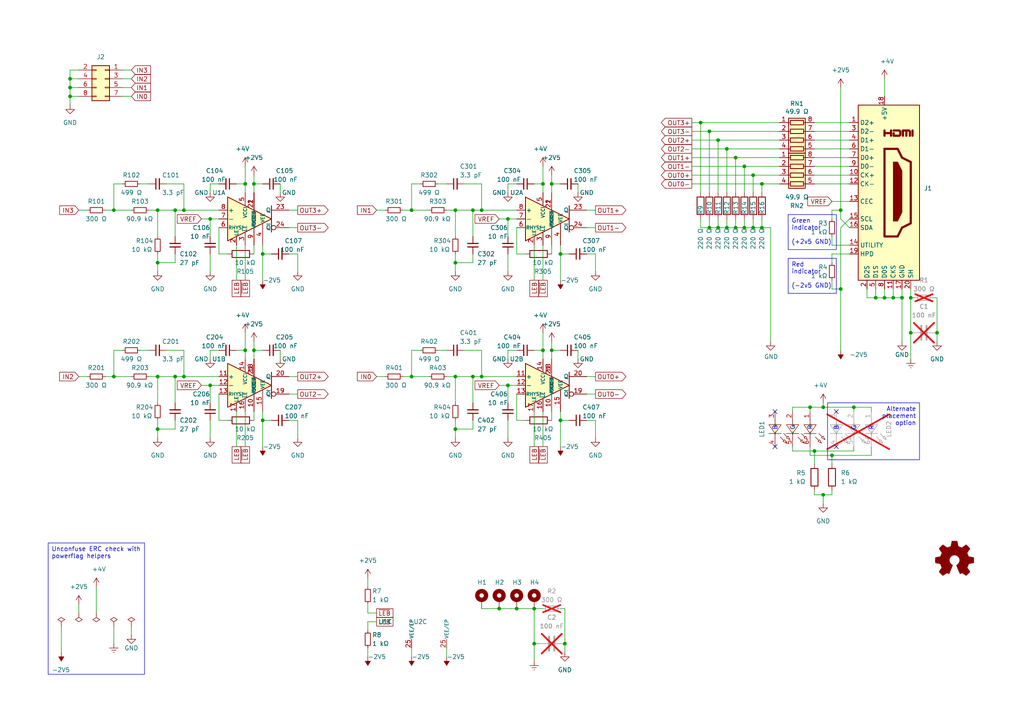
<source format=kicad_sch>
(kicad_sch (version 20230121) (generator eeschema)
  (paper "A4")
  (title_block (title "LaPOD LMH7322 pod") (company "Sergey Petrukhin, Peter Lampe, Nikki Smith & Olliver Schinagl") (comment 1 "AGPLv3 © 2023 Olliver Schinagl et al"))
  (junction (at 210.82 43.18))
  (junction (at 208.28 66.04))
  (junction (at 160.02 101.6))
  (junction (at 137.16 109.22))
  (junction (at 218.44 66.04))
  (junction (at 264.16 86.36))
  (junction (at 210.82 66.04))
  (junction (at 261.62 86.36))
  (junction (at 132.08 109.22))
  (junction (at 241.3 132.08))
  (junction (at 243.84 60.96))
  (junction (at 256.54 86.36))
  (junction (at 205.74 38.1))
  (junction (at 254 86.36))
  (junction (at 264.16 96.52))
  (junction (at 73.66 53.34))
  (junction (at 20.32 22.86))
  (junction (at 45.72 124.46))
  (junction (at 162.56 121.92))
  (junction (at 45.72 109.22))
  (junction (at 218.44 50.8))
  (junction (at 139.7 109.22))
  (junction (at 160.02 53.34))
  (junction (at 147.32 111.76))
  (junction (at 139.7 60.96))
  (junction (at 247.65 118.11))
  (junction (at 205.74 66.04))
  (junction (at 162.56 73.66))
  (junction (at 60.96 63.5))
  (junction (at 215.9 48.26))
  (junction (at 53.34 109.22))
  (junction (at 33.02 109.22))
  (junction (at 132.08 76.2))
  (junction (at 238.76 143.51))
  (junction (at 119.38 109.22))
  (junction (at 50.8 109.22))
  (junction (at 157.48 53.34))
  (junction (at 213.36 45.72))
  (junction (at 137.16 60.96))
  (junction (at 45.72 60.96))
  (junction (at 50.8 60.96))
  (junction (at 220.98 53.34))
  (junction (at 45.72 76.2))
  (junction (at 154.94 186.69))
  (junction (at 73.66 101.6))
  (junction (at 53.34 60.96))
  (junction (at 154.94 176.53))
  (junction (at 144.78 176.53))
  (junction (at 208.28 40.64))
  (junction (at 271.78 96.52))
  (junction (at 20.32 25.4))
  (junction (at 163.83 186.69))
  (junction (at 119.38 60.96))
  (junction (at 238.76 118.11))
  (junction (at 147.32 63.5))
  (junction (at 33.02 60.96))
  (junction (at 71.12 53.34))
  (junction (at 213.36 66.04))
  (junction (at 76.2 121.92))
  (junction (at 243.84 83.82))
  (junction (at 132.08 60.96))
  (junction (at 215.9 66.04))
  (junction (at 71.12 101.6))
  (junction (at 203.2 35.56))
  (junction (at 60.96 111.76))
  (junction (at 132.08 124.46))
  (junction (at 220.98 66.04))
  (junction (at 76.2 73.66))
  (junction (at 149.86 176.53))
  (junction (at 157.48 101.6))
  (junction (at 20.32 27.94))
  (junction (at 236.22 130.81))
  (junction (at 259.08 86.36))
  (junction (at 234.95 118.11))
  (no_connect (at 224.79 129.54))
  (no_connect (at 242.57 119.38))
  (no_connect (at 242.57 129.54))
  (no_connect (at 224.79 119.38))
  (wire (pts (xy 247.65 129.54) (xy 247.65 130.81)))
  (wire (pts (xy 76.2 121.92) (xy 76.2 129.54)))
  (wire (pts (xy 243.84 83.82) (xy 243.84 101.6)))
  (wire (pts (xy 163.83 176.53) (xy 162.56 176.53)))
  (wire (pts (xy 45.72 109.22) (xy 45.72 116.84)))
  (wire (pts (xy 86.36 73.66) (xy 86.36 78.74)))
  (wire (pts (xy 33.02 53.34) (xy 35.56 53.34)))
  (wire (pts (xy 139.7 53.34) (xy 139.7 60.96)))
  (wire (pts (xy 213.36 45.72) (xy 213.36 55.88)))
  (wire (pts (xy 160.02 119.38) (xy 160.02 121.92)))
  (wire (pts (xy 170.18 109.22) (xy 172.72 109.22)))
  (wire (pts (xy 170.18 114.3) (xy 172.72 114.3)))
  (wire (pts (xy 119.38 187.96) (xy 119.38 190.5)))
  (wire (pts (xy 63.5 66.04) (xy 63.5 73.66)))
  (wire (pts (xy 73.66 53.34) (xy 73.66 55.88)))
  (wire (pts (xy 50.8 60.96) (xy 50.8 68.58)))
  (wire (pts (xy 154.94 119.38) (xy 154.94 129.54)))
  (wire (pts (xy 137.16 121.92) (xy 137.16 124.46)))
  (wire (pts (xy 170.18 66.04) (xy 172.72 66.04)))
  (wire (pts (xy 236.22 53.34) (xy 246.38 53.34)))
  (wire (pts (xy 157.48 96.52) (xy 157.48 101.6)))
  (wire (pts (xy 132.08 60.96) (xy 132.08 68.58)))
  (wire (pts (xy 160.02 99.06) (xy 160.02 101.6)))
  (wire (pts (xy 271.78 96.52) (xy 271.78 99.06)))
  (wire (pts (xy 172.72 73.66) (xy 172.72 78.74)))
  (wire (pts (xy 229.87 118.11) (xy 229.87 119.38)))
  (wire (pts (xy 147.32 121.92) (xy 147.32 127)))
  (wire (pts (xy 22.86 175.26) (xy 22.86 177.8)))
  (wire (pts (xy 241.3 58.42) (xy 246.38 58.42)))
  (wire (pts (xy 144.78 63.5) (xy 147.32 63.5)))
  (wire (pts (xy 83.82 66.04) (xy 86.36 66.04)))
  (wire (pts (xy 256.54 86.36) (xy 254 86.36)))
  (wire (pts (xy 60.96 53.34) (xy 60.96 55.88)))
  (wire (pts (xy 58.42 63.5) (xy 60.96 63.5)))
  (wire (pts (xy 144.78 111.76) (xy 147.32 111.76)))
  (wire (pts (xy 45.72 60.96) (xy 45.72 68.58)))
  (wire (pts (xy 20.32 22.86) (xy 20.32 25.4)))
  (wire (pts (xy 223.52 66.04) (xy 220.98 66.04)))
  (wire (pts (xy 137.16 60.96) (xy 139.7 60.96)))
  (wire (pts (xy 241.3 68.58) (xy 241.3 71.12)))
  (wire (pts (xy 226.06 50.8) (xy 218.44 50.8)))
  (wire (pts (xy 45.72 60.96) (xy 50.8 60.96)))
  (wire (pts (xy 45.72 76.2) (xy 50.8 76.2)))
  (wire (pts (xy 109.22 60.96) (xy 111.76 60.96)))
  (wire (pts (xy 20.32 20.32) (xy 20.32 22.86)))
  (wire (pts (xy 218.44 63.5) (xy 218.44 66.04)))
  (wire (pts (xy 68.58 71.12) (xy 68.58 81.28)))
  (wire (pts (xy 205.74 38.1) (xy 205.74 55.88)))
  (wire (pts (xy 71.12 48.26) (xy 71.12 53.34)))
  (wire (pts (xy 73.66 119.38) (xy 73.66 121.92)))
  (wire (pts (xy 243.84 63.5) (xy 246.38 66.04)))
  (wire (pts (xy 129.54 187.96) (xy 129.54 190.5)))
  (wire (pts (xy 236.22 35.56) (xy 246.38 35.56)))
  (wire (pts (xy 236.22 50.8) (xy 246.38 50.8)))
  (wire (pts (xy 229.87 130.81) (xy 236.22 130.81)))
  (wire (pts (xy 264.16 104.14) (xy 264.16 96.52)))
  (wire (pts (xy 22.86 22.86) (xy 20.32 22.86)))
  (wire (pts (xy 215.9 48.26) (xy 226.06 48.26)))
  (wire (pts (xy 200.66 35.56) (xy 203.2 35.56)))
  (wire (pts (xy 83.82 109.22) (xy 86.36 109.22)))
  (wire (pts (xy 200.66 38.1) (xy 205.74 38.1)))
  (wire (pts (xy 200.66 40.64) (xy 208.28 40.64)))
  (wire (pts (xy 252.73 129.54) (xy 252.73 132.08)))
  (wire (pts (xy 234.95 118.11) (xy 238.76 118.11)))
  (wire (pts (xy 157.48 48.26) (xy 157.48 53.34)))
  (wire (pts (xy 71.12 101.6) (xy 71.12 104.14)))
  (wire (pts (xy 53.34 60.96) (xy 63.5 60.96)))
  (wire (pts (xy 63.5 121.92) (xy 66.04 121.92)))
  (wire (pts (xy 137.16 60.96) (xy 137.16 68.58)))
  (wire (pts (xy 63.5 53.34) (xy 60.96 53.34)))
  (wire (pts (xy 251.46 83.82) (xy 251.46 86.36)))
  (wire (pts (xy 71.12 71.12) (xy 71.12 81.28)))
  (wire (pts (xy 215.9 55.88) (xy 215.9 48.26)))
  (wire (pts (xy 45.72 124.46) (xy 50.8 124.46)))
  (wire (pts (xy 63.5 73.66) (xy 66.04 73.66)))
  (wire (pts (xy 236.22 143.51) (xy 238.76 143.51)))
  (wire (pts (xy 162.56 71.12) (xy 162.56 73.66)))
  (wire (pts (xy 264.16 86.36) (xy 264.16 96.52)))
  (wire (pts (xy 71.12 53.34) (xy 68.58 53.34)))
  (wire (pts (xy 243.84 66.04) (xy 243.84 83.82)))
  (wire (pts (xy 200.66 50.8) (xy 218.44 50.8)))
  (wire (pts (xy 33.02 181.61) (xy 33.02 186.69)))
  (wire (pts (xy 154.94 71.12) (xy 154.94 81.28)))
  (wire (pts (xy 149.86 114.3) (xy 149.86 121.92)))
  (wire (pts (xy 116.84 60.96) (xy 119.38 60.96)))
  (wire (pts (xy 160.02 101.6) (xy 162.56 101.6)))
  (wire (pts (xy 256.54 83.82) (xy 256.54 86.36)))
  (wire (pts (xy 119.38 53.34) (xy 121.92 53.34)))
  (wire (pts (xy 132.08 76.2) (xy 132.08 78.74)))
  (wire (pts (xy 210.82 43.18) (xy 210.82 55.88)))
  (wire (pts (xy 254 83.82) (xy 254 86.36)))
  (wire (pts (xy 147.32 53.34) (xy 147.32 55.88)))
  (wire (pts (xy 139.7 176.53) (xy 144.78 176.53)))
  (wire (pts (xy 83.82 114.3) (xy 86.36 114.3)))
  (wire (pts (xy 147.32 63.5) (xy 149.86 63.5)))
  (wire (pts (xy 215.9 66.04) (xy 213.36 66.04)))
  (wire (pts (xy 76.2 71.12) (xy 76.2 73.66)))
  (wire (pts (xy 134.62 53.34) (xy 139.7 53.34)))
  (wire (pts (xy 129.54 109.22) (xy 132.08 109.22)))
  (wire (pts (xy 38.1 181.61) (xy 38.1 184.15)))
  (wire (pts (xy 127 53.34) (xy 129.54 53.34)))
  (wire (pts (xy 45.72 124.46) (xy 45.72 127)))
  (wire (pts (xy 157.48 119.38) (xy 157.48 129.54)))
  (wire (pts (xy 163.83 186.69) (xy 163.83 189.23)))
  (wire (pts (xy 17.78 181.61) (xy 17.78 189.23)))
  (wire (pts (xy 45.72 121.92) (xy 45.72 124.46)))
  (wire (pts (xy 149.86 176.53) (xy 154.94 176.53)))
  (wire (pts (xy 60.96 121.92) (xy 60.96 127)))
  (wire (pts (xy 33.02 101.6) (xy 35.56 101.6)))
  (wire (pts (xy 137.16 109.22) (xy 139.7 109.22)))
  (wire (pts (xy 256.54 22.86) (xy 256.54 27.94)))
  (wire (pts (xy 40.64 53.34) (xy 43.18 53.34)))
  (wire (pts (xy 132.08 109.22) (xy 137.16 109.22)))
  (wire (pts (xy 271.78 86.36) (xy 270.51 86.36)))
  (wire (pts (xy 63.5 114.3) (xy 63.5 121.92)))
  (wire (pts (xy 149.86 101.6) (xy 147.32 101.6)))
  (wire (pts (xy 81.28 101.6) (xy 81.28 104.14)))
  (wire (pts (xy 109.22 109.22) (xy 111.76 109.22)))
  (wire (pts (xy 264.16 86.36) (xy 265.43 86.36)))
  (wire (pts (xy 229.87 129.54) (xy 229.87 130.81)))
  (wire (pts (xy 48.26 53.34) (xy 53.34 53.34)))
  (wire (pts (xy 132.08 109.22) (xy 132.08 116.84)))
  (wire (pts (xy 119.38 101.6) (xy 119.38 109.22)))
  (wire (pts (xy 73.66 71.12) (xy 73.66 73.66)))
  (wire (pts (xy 215.9 66.04) (xy 218.44 66.04)))
  (wire (pts (xy 22.86 27.94) (xy 20.32 27.94)))
  (wire (pts (xy 83.82 121.92) (xy 86.36 121.92)))
  (wire (pts (xy 238.76 118.11) (xy 247.65 118.11)))
  (wire (pts (xy 53.34 53.34) (xy 53.34 60.96)))
  (wire (pts (xy 259.08 86.36) (xy 256.54 86.36)))
  (wire (pts (xy 157.48 101.6) (xy 154.94 101.6)))
  (wire (pts (xy 147.32 111.76) (xy 149.86 111.76)))
  (wire (pts (xy 147.32 111.76) (xy 147.32 116.84)))
  (wire (pts (xy 160.02 71.12) (xy 160.02 73.66)))
  (wire (pts (xy 60.96 63.5) (xy 63.5 63.5)))
  (wire (pts (xy 261.62 86.36) (xy 259.08 86.36)))
  (wire (pts (xy 149.86 53.34) (xy 147.32 53.34)))
  (wire (pts (xy 137.16 73.66) (xy 137.16 76.2)))
  (wire (pts (xy 203.2 63.5) (xy 203.2 66.04)))
  (wire (pts (xy 162.56 73.66) (xy 165.1 73.66)))
  (wire (pts (xy 241.3 132.08) (xy 234.95 132.08)))
  (wire (pts (xy 50.8 109.22) (xy 50.8 116.84)))
  (wire (pts (xy 243.84 25.4) (xy 243.84 60.96)))
  (wire (pts (xy 38.1 25.4) (xy 35.56 25.4)))
  (wire (pts (xy 106.68 180.34) (xy 106.68 182.88)))
  (wire (pts (xy 137.16 109.22) (xy 137.16 116.84)))
  (wire (pts (xy 205.74 66.04) (xy 203.2 66.04)))
  (wire (pts (xy 43.18 109.22) (xy 45.72 109.22)))
  (wire (pts (xy 149.86 121.92) (xy 152.4 121.92)))
  (wire (pts (xy 157.48 101.6) (xy 157.48 104.14)))
  (wire (pts (xy 60.96 111.76) (xy 60.96 116.84)))
  (wire (pts (xy 45.72 73.66) (xy 45.72 76.2)))
  (wire (pts (xy 81.28 53.34) (xy 81.28 55.88)))
  (wire (pts (xy 241.3 73.66) (xy 241.3 76.2)))
  (wire (pts (xy 170.18 60.96) (xy 172.72 60.96)))
  (wire (pts (xy 50.8 73.66) (xy 50.8 76.2)))
  (wire (pts (xy 139.7 101.6) (xy 139.7 109.22)))
  (wire (pts (xy 33.02 109.22) (xy 38.1 109.22)))
  (wire (pts (xy 154.94 186.69) (xy 154.94 191.77)))
  (wire (pts (xy 157.48 53.34) (xy 154.94 53.34)))
  (wire (pts (xy 132.08 121.92) (xy 132.08 124.46)))
  (wire (pts (xy 236.22 130.81) (xy 247.65 130.81)))
  (wire (pts (xy 162.56 121.92) (xy 162.56 129.54)))
  (wire (pts (xy 205.74 66.04) (xy 208.28 66.04)))
  (wire (pts (xy 127 101.6) (xy 129.54 101.6)))
  (wire (pts (xy 33.02 60.96) (xy 38.1 60.96)))
  (wire (pts (xy 106.68 167.64) (xy 106.68 170.18)))
  (wire (pts (xy 247.65 118.11) (xy 252.73 118.11)))
  (wire (pts (xy 60.96 111.76) (xy 63.5 111.76)))
  (wire (pts (xy 22.86 20.32) (xy 20.32 20.32)))
  (wire (pts (xy 129.54 60.96) (xy 132.08 60.96)))
  (wire (pts (xy 213.36 63.5) (xy 213.36 66.04)))
  (wire (pts (xy 208.28 40.64) (xy 226.06 40.64)))
  (wire (pts (xy 241.3 132.08) (xy 252.73 132.08)))
  (wire (pts (xy 160.02 50.8) (xy 160.02 53.34)))
  (wire (pts (xy 71.12 53.34) (xy 71.12 55.88)))
  (wire (pts (xy 134.62 101.6) (xy 139.7 101.6)))
  (wire (pts (xy 157.48 53.34) (xy 157.48 55.88)))
  (wire (pts (xy 213.36 66.04) (xy 210.82 66.04)))
  (wire (pts (xy 236.22 43.18) (xy 246.38 43.18)))
  (wire (pts (xy 73.66 101.6) (xy 76.2 101.6)))
  (wire (pts (xy 205.74 63.5) (xy 205.74 66.04)))
  (wire (pts (xy 241.3 142.24) (xy 241.3 143.51)))
  (wire (pts (xy 132.08 124.46) (xy 137.16 124.46)))
  (wire (pts (xy 22.86 109.22) (xy 25.4 109.22)))
  (wire (pts (xy 50.8 109.22) (xy 53.34 109.22)))
  (wire (pts (xy 132.08 124.46) (xy 132.08 127)))
  (wire (pts (xy 132.08 73.66) (xy 132.08 76.2)))
  (wire (pts (xy 60.96 101.6) (xy 60.96 104.14)))
  (wire (pts (xy 63.5 101.6) (xy 60.96 101.6)))
  (wire (pts (xy 210.82 43.18) (xy 226.06 43.18)))
  (wire (pts (xy 40.64 101.6) (xy 43.18 101.6)))
  (wire (pts (xy 259.08 83.82) (xy 259.08 86.36)))
  (wire (pts (xy 60.96 63.5) (xy 60.96 68.58)))
  (wire (pts (xy 132.08 76.2) (xy 137.16 76.2)))
  (wire (pts (xy 106.68 187.96) (xy 106.68 190.5)))
  (wire (pts (xy 236.22 48.26) (xy 246.38 48.26)))
  (wire (pts (xy 106.68 177.8) (xy 109.22 177.8)))
  (wire (pts (xy 162.56 121.92) (xy 165.1 121.92)))
  (wire (pts (xy 170.18 121.92) (xy 172.72 121.92)))
  (wire (pts (xy 68.58 119.38) (xy 68.58 129.54)))
  (wire (pts (xy 229.87 118.11) (xy 234.95 118.11)))
  (wire (pts (xy 139.7 60.96) (xy 149.86 60.96)))
  (wire (pts (xy 243.84 66.04) (xy 246.38 63.5)))
  (wire (pts (xy 167.64 53.34) (xy 167.64 55.88)))
  (wire (pts (xy 218.44 50.8) (xy 218.44 55.88)))
  (wire (pts (xy 106.68 175.26) (xy 106.68 177.8)))
  (wire (pts (xy 45.72 76.2) (xy 45.72 78.74)))
  (wire (pts (xy 220.98 53.34) (xy 220.98 55.88)))
  (wire (pts (xy 71.12 101.6) (xy 68.58 101.6)))
  (wire (pts (xy 45.72 109.22) (xy 50.8 109.22)))
  (wire (pts (xy 241.3 83.82) (xy 243.84 83.82)))
  (wire (pts (xy 109.22 180.34) (xy 106.68 180.34)))
  (wire (pts (xy 238.76 143.51) (xy 238.76 146.05)))
  (wire (pts (xy 157.48 71.12) (xy 157.48 81.28)))
  (wire (pts (xy 241.3 60.96) (xy 241.3 63.5)))
  (wire (pts (xy 203.2 35.56) (xy 226.06 35.56)))
  (wire (pts (xy 234.95 118.11) (xy 234.95 119.38)))
  (wire (pts (xy 73.66 53.34) (xy 76.2 53.34)))
  (wire (pts (xy 27.94 170.18) (xy 27.94 177.8)))
  (wire (pts (xy 20.32 27.94) (xy 20.32 30.48)))
  (wire (pts (xy 254 86.36) (xy 251.46 86.36)))
  (wire (pts (xy 163.83 176.53) (xy 163.83 186.69)))
  (wire (pts (xy 252.73 118.11) (xy 252.73 119.38)))
  (wire (pts (xy 241.3 73.66) (xy 246.38 73.66)))
  (wire (pts (xy 236.22 38.1) (xy 246.38 38.1)))
  (wire (pts (xy 236.22 40.64) (xy 246.38 40.64)))
  (wire (pts (xy 83.82 60.96) (xy 86.36 60.96)))
  (wire (pts (xy 167.64 101.6) (xy 167.64 104.14)))
  (wire (pts (xy 73.66 99.06) (xy 73.66 101.6)))
  (wire (pts (xy 243.84 60.96) (xy 243.84 63.5)))
  (wire (pts (xy 33.02 53.34) (xy 33.02 60.96)))
  (wire (pts (xy 241.3 81.28) (xy 241.3 83.82)))
  (wire (pts (xy 200.66 45.72) (xy 213.36 45.72)))
  (wire (pts (xy 73.66 101.6) (xy 73.66 104.14)))
  (wire (pts (xy 147.32 73.66) (xy 147.32 78.74)))
  (wire (pts (xy 170.18 73.66) (xy 172.72 73.66)))
  (wire (pts (xy 132.08 60.96) (xy 137.16 60.96)))
  (wire (pts (xy 223.52 66.04) (xy 223.52 99.06)))
  (wire (pts (xy 203.2 35.56) (xy 203.2 55.88)))
  (wire (pts (xy 172.72 121.92) (xy 172.72 127)))
  (wire (pts (xy 83.82 73.66) (xy 86.36 73.66)))
  (wire (pts (xy 76.2 119.38) (xy 76.2 121.92)))
  (wire (pts (xy 76.2 73.66) (xy 76.2 81.28)))
  (wire (pts (xy 226.06 38.1) (xy 205.74 38.1)))
  (wire (pts (xy 236.22 45.72) (xy 246.38 45.72)))
  (wire (pts (xy 162.56 73.66) (xy 162.56 81.28)))
  (wire (pts (xy 271.78 86.36) (xy 271.78 96.52)))
  (wire (pts (xy 160.02 53.34) (xy 162.56 53.34)))
  (wire (pts (xy 139.7 109.22) (xy 149.86 109.22)))
  (wire (pts (xy 236.22 142.24) (xy 236.22 143.51)))
  (wire (pts (xy 154.94 186.69) (xy 156.21 186.69)))
  (wire (pts (xy 210.82 63.5) (xy 210.82 66.04)))
  (wire (pts (xy 119.38 109.22) (xy 124.46 109.22)))
  (wire (pts (xy 43.18 60.96) (xy 45.72 60.96)))
  (wire (pts (xy 154.94 176.53) (xy 154.94 186.69)))
  (wire (pts (xy 238.76 116.84) (xy 238.76 118.11)))
  (wire (pts (xy 236.22 130.81) (xy 236.22 134.62)))
  (wire (pts (xy 30.48 60.96) (xy 33.02 60.96)))
  (wire (pts (xy 119.38 53.34) (xy 119.38 60.96)))
  (wire (pts (xy 160.02 53.34) (xy 160.02 55.88)))
  (wire (pts (xy 147.32 63.5) (xy 147.32 68.58)))
  (wire (pts (xy 241.3 134.62) (xy 241.3 132.08)))
  (wire (pts (xy 160.02 101.6) (xy 160.02 104.14)))
  (wire (pts (xy 86.36 121.92) (xy 86.36 127)))
  (wire (pts (xy 53.34 101.6) (xy 53.34 109.22)))
  (wire (pts (xy 264.16 83.82) (xy 264.16 86.36)))
  (wire (pts (xy 200.66 48.26) (xy 215.9 48.26)))
  (wire (pts (xy 53.34 109.22) (xy 63.5 109.22)))
  (wire (pts (xy 76.2 73.66) (xy 78.74 73.66)))
  (wire (pts (xy 48.26 101.6) (xy 53.34 101.6)))
  (wire (pts (xy 215.9 63.5) (xy 215.9 66.04)))
  (wire (pts (xy 149.86 66.04) (xy 149.86 73.66)))
  (wire (pts (xy 71.12 96.52) (xy 71.12 101.6)))
  (wire (pts (xy 200.66 53.34) (xy 220.98 53.34)))
  (wire (pts (xy 33.02 101.6) (xy 33.02 109.22)))
  (wire (pts (xy 241.3 71.12) (xy 246.38 71.12)))
  (wire (pts (xy 119.38 101.6) (xy 121.92 101.6)))
  (wire (pts (xy 210.82 66.04) (xy 208.28 66.04)))
  (wire (pts (xy 149.86 73.66) (xy 152.4 73.66)))
  (wire (pts (xy 157.48 176.53) (xy 154.94 176.53)))
  (wire (pts (xy 20.32 25.4) (xy 20.32 27.94)))
  (wire (pts (xy 208.28 55.88) (xy 208.28 40.64)))
  (wire (pts (xy 30.48 109.22) (xy 33.02 109.22)))
  (wire (pts (xy 220.98 63.5) (xy 220.98 66.04)))
  (wire (pts (xy 208.28 63.5) (xy 208.28 66.04)))
  (wire (pts (xy 50.8 60.96) (xy 53.34 60.96)))
  (wire (pts (xy 119.38 60.96) (xy 124.46 60.96)))
  (wire (pts (xy 218.44 66.04) (xy 220.98 66.04)))
  (wire (pts (xy 238.76 143.51) (xy 241.3 143.51)))
  (wire (pts (xy 73.66 50.8) (xy 73.66 53.34)))
  (wire (pts (xy 147.32 101.6) (xy 147.32 104.14)))
  (wire (pts (xy 200.66 43.18) (xy 210.82 43.18)))
  (wire (pts (xy 38.1 20.32) (xy 35.56 20.32)))
  (wire (pts (xy 261.62 86.36) (xy 261.62 99.06)))
  (wire (pts (xy 213.36 45.72) (xy 226.06 45.72)))
  (wire (pts (xy 247.65 118.11) (xy 247.65 119.38)))
  (wire (pts (xy 71.12 119.38) (xy 71.12 129.54)))
  (wire (pts (xy 241.3 60.96) (xy 243.84 60.96)))
  (wire (pts (xy 58.42 111.76) (xy 60.96 111.76)))
  (wire (pts (xy 38.1 22.86) (xy 35.56 22.86)))
  (wire (pts (xy 220.98 53.34) (xy 226.06 53.34)))
  (wire (pts (xy 116.84 109.22) (xy 119.38 109.22)))
  (wire (pts (xy 162.56 119.38) (xy 162.56 121.92)))
  (wire (pts (xy 50.8 121.92) (xy 50.8 124.46)))
  (wire (pts (xy 60.96 73.66) (xy 60.96 78.74)))
  (wire (pts (xy 234.95 129.54) (xy 234.95 132.08)))
  (wire (pts (xy 76.2 121.92) (xy 78.74 121.92)))
  (wire (pts (xy 261.62 83.82) (xy 261.62 86.36)))
  (wire (pts (xy 38.1 27.94) (xy 35.56 27.94)))
  (wire (pts (xy 22.86 60.96) (xy 25.4 60.96)))
  (wire (pts (xy 144.78 176.53) (xy 149.86 176.53)))
  (wire (pts (xy 22.86 25.4) (xy 20.32 25.4)))
  (text_box "Unconfuse ERC check with powerflag helpers" (at 13.97 157.48 0) (size 27.94 38.1) (effects (font (size 1.27 1.27)) (justify left top)))
  (text_box "Alternate\nplacement\noption" (at 240.03 116.84 0) (size 26.67 16.51) (effects (font (size 1.27 1.27)) (justify right top)))
  (text_box "Green indicator\n\n(+2v5 GND)" (at 228.6 62.23 0) (size 13.97 10.16) (effects (font (size 1.27 1.27)) (justify left top)))
  (text_box "Red indicator\n\n(-2v5 GND)" (at 228.6 74.93 0) (size 13.97 10.16) (effects (font (size 1.27 1.27)) (justify left top)))
  (text "G" (at 230.632 123.444 90) (effects (font (size 1.27 1.27)) (justify right bottom)))
  (text "R" (at 253.492 123.444 90) (effects (font (size 1.27 1.27)) (justify right bottom)))
  (text "R" (at 235.712 123.444 90) (effects (font (size 1.27 1.27)) (justify right bottom)))
  (text "G" (at 248.412 123.444 90) (effects (font (size 1.27 1.27)) (justify right bottom)))
  (text "B" (at 225.552 123.444 90) (effects (font (size 1.27 1.27)) (justify right bottom)))
  (text "B" (at 243.332 123.444 90) (effects (font (size 1.27 1.27)) (justify right bottom)))
  (global_label "OUT2-" (shape output) (at 200.66 43.18 180) (property "Intersheetrefs" "${INTERSHEET_REFS}" (effects hide)))
  (global_label "OUT3-" (shape output) (at 200.66 38.1 180) (property "Intersheetrefs" "${INTERSHEET_REFS}" (effects hide)))
  (global_label "VREF" (shape input) (at 144.78 111.76 180) (property "Intersheetrefs" "${INTERSHEET_REFS}" (effects hide)))
  (global_label "OUT3+" (shape output) (at 86.36 60.96 0) (property "Intersheetrefs" "${INTERSHEET_REFS}" (effects hide)))
  (global_label "OUT1+" (shape output) (at 200.66 45.72 180) (property "Intersheetrefs" "${INTERSHEET_REFS}" (effects hide)))
  (global_label "VREF" (shape input) (at 58.42 111.76 180) (property "Intersheetrefs" "${INTERSHEET_REFS}" (effects hide)))
  (global_label "IN0" (shape input) (at 109.22 109.22 180) (property "Intersheetrefs" "${INTERSHEET_REFS}" (effects hide)))
  (global_label "OUT1-" (shape output) (at 200.66 48.26 180) (property "Intersheetrefs" "${INTERSHEET_REFS}" (effects hide)))
  (global_label "IN3" (shape input) (at 38.1 20.32 0) (property "Intersheetrefs" "${INTERSHEET_REFS}" (effects hide)))
  (global_label "VREF" (shape input) (at 58.42 63.5 180) (property "Intersheetrefs" "${INTERSHEET_REFS}" (effects hide)))
  (global_label "OUT3-" (shape output) (at 86.36 66.04 0) (property "Intersheetrefs" "${INTERSHEET_REFS}" (effects hide)))
  (global_label "OUT2+" (shape output) (at 200.66 40.64 180) (property "Intersheetrefs" "${INTERSHEET_REFS}" (effects hide)))
  (global_label "OUT1+" (shape output) (at 172.72 60.96 0) (property "Intersheetrefs" "${INTERSHEET_REFS}" (effects hide)))
  (global_label "LEB" (shape passive) (at 68.58 129.54 270) (property "Intersheetrefs" "${INTERSHEET_REFS}" (effects hide)))
  (global_label "~{LEB}" (shape passive) (at 109.22 177.8 0) (property "Intersheetrefs" "${INTERSHEET_REFS}" (effects hide)))
  (global_label "~{LEB}" (shape passive) (at 71.12 81.28 270) (property "Intersheetrefs" "${INTERSHEET_REFS}" (effects hide)))
  (global_label "IN1" (shape input) (at 109.22 60.96 180) (property "Intersheetrefs" "${INTERSHEET_REFS}" (effects hide)))
  (global_label "IN0" (shape input) (at 38.1 27.94 0) (property "Intersheetrefs" "${INTERSHEET_REFS}" (effects hide)))
  (global_label "VREF" (shape input) (at 144.78 63.5 180) (property "Intersheetrefs" "${INTERSHEET_REFS}" (effects hide)))
  (global_label "OUT0-" (shape output) (at 200.66 53.34 180) (property "Intersheetrefs" "${INTERSHEET_REFS}" (effects hide)))
  (global_label "OUT1-" (shape output) (at 172.72 66.04 0) (property "Intersheetrefs" "${INTERSHEET_REFS}" (effects hide)))
  (global_label "LEB" (shape passive) (at 68.58 81.28 270) (property "Intersheetrefs" "${INTERSHEET_REFS}" (effects hide)))
  (global_label "LEB" (shape passive) (at 109.22 180.34 0) (property "Intersheetrefs" "${INTERSHEET_REFS}" (effects hide)))
  (global_label "OUT2-" (shape output) (at 86.36 114.3 0) (property "Intersheetrefs" "${INTERSHEET_REFS}" (effects hide)))
  (global_label "LEB" (shape passive) (at 154.94 81.28 270) (property "Intersheetrefs" "${INTERSHEET_REFS}" (effects hide)))
  (global_label "OUT0-" (shape output) (at 172.72 114.3 0) (property "Intersheetrefs" "${INTERSHEET_REFS}" (effects hide)))
  (global_label "OUT0+" (shape output) (at 172.72 109.22 0) (property "Intersheetrefs" "${INTERSHEET_REFS}" (effects hide)))
  (global_label "~{LEB}" (shape passive) (at 157.48 129.54 270) (property "Intersheetrefs" "${INTERSHEET_REFS}" (effects hide)))
  (global_label "LEB" (shape passive) (at 154.94 129.54 270) (property "Intersheetrefs" "${INTERSHEET_REFS}" (effects hide)))
  (global_label "IN2" (shape input) (at 38.1 22.86 0) (property "Intersheetrefs" "${INTERSHEET_REFS}" (effects hide)))
  (global_label "~{LEB}" (shape passive) (at 157.48 81.28 270) (property "Intersheetrefs" "${INTERSHEET_REFS}" (effects hide)))
  (global_label "OUT3+" (shape output) (at 200.66 35.56 180) (property "Intersheetrefs" "${INTERSHEET_REFS}" (effects hide)))
  (global_label "OUT0+" (shape output) (at 200.66 50.8 180) (property "Intersheetrefs" "${INTERSHEET_REFS}" (effects hide)))
  (global_label "~{LEB}" (shape passive) (at 71.12 129.54 270) (property "Intersheetrefs" "${INTERSHEET_REFS}" (effects hide)))
  (global_label "IN3" (shape input) (at 22.86 60.96 180) (property "Intersheetrefs" "${INTERSHEET_REFS}" (effects hide)))
  (global_label "IN2" (shape input) (at 22.86 109.22 180) (property "Intersheetrefs" "${INTERSHEET_REFS}" (effects hide)))
  (global_label "OUT2+" (shape output) (at 86.36 109.22 0) (property "Intersheetrefs" "${INTERSHEET_REFS}" (effects hide)))
  (global_label "VREF" (shape input) (at 241.3 58.42 180) (property "Intersheetrefs" "${INTERSHEET_REFS}" (effects hide)))
  (global_label "IN1" (shape input) (at 38.1 25.4 0) (property "Intersheetrefs" "${INTERSHEET_REFS}" (effects hide)))
  (symbol (lib_id "Device:C_Small") (at 147.32 71.12 0) (mirror x) (unit 1)
    (property "Reference" "C306" (at 147.32 66.04 0) (effects (justify right)))
    (property "Value" "10 nF" (at 147.32 68.58 0) (effects (justify right)))
    (property "Footprint" "Capacitor_SMD:C_0805_2012Metric_Pad1.18x1.45mm_HandSolder" (effects hide))
    (property "LCSC" "C1710" (effects hide))
    (property "package" "0805" (effects hide))
    (property "tolerance" "10%" (effects hide))
    (property "voltage" "50 V" (effects hide))
  )
  (symbol (lib_id "Device:R_Small") (at 127 60.96 90) (mirror x) (unit 1)
    (property "Reference" "R303" (at 129.54 58.42 90) (effects (justify left)))
    (property "Value" "90.9 kΩ" (at 130.81 63.5 90) (effects (justify left)))
    (property "Footprint" "Resistor_SMD:R_0805_2012Metric_Pad1.20x1.40mm_HandSolder" (effects hide))
    (property "LCSC" "C17860" (effects hide))
    (property "tolerance" "1%" (effects hide))
    (property "power" "125 mW" (effects hide))
    (property "package" "0805" (effects hide))
  )
  (symbol (lib_id "Device:C_Small") (at 66.04 101.6 270) (mirror x) (unit 1)
    (property "Reference" "C204" (at 59.69 97.79 90) (effects (justify left)))
    (property "Value" "100 nF" (at 58.42 100.33 90) (effects (justify left)))
    (property "Footprint" "Capacitor_SMD:C_0805_2012Metric_Pad1.18x1.45mm_HandSolder" (effects hide))
    (property "LCSC" "C49678" (effects hide))
    (property "tolerance" "10%" (effects hide))
    (property "voltage" "50 V" (effects hide))
    (property "package" "0805" (effects hide))
  )
  (symbol (lib_id "power:GND") (at 172.72 127 0) (unit 1)
    (property "Reference" "#PWR046" (effects hide))
    (property "Value" "GND" (at 172.72 132.08 0))
  )
  (symbol (lib_id "power:+4V") (at 157.48 48.26 0) (mirror y) (unit 1)
    (property "Reference" "#PWR035" (effects hide))
    (property "Value" "+4V" (at 158.75 43.18 0) (effects (justify left)))
  )
  (symbol (lib_id "Device:R_Small") (at 38.1 101.6 270) (mirror x) (unit 1)
    (property "Reference" "R202" (at 35.56 99.06 90) (effects (justify left)))
    (property "Value" "499 Ω" (at 38.1 104.14 90))
    (property "Footprint" "Resistor_SMD:R_0805_2012Metric_Pad1.20x1.40mm_HandSolder" (effects hide))
    (property "LCSC" "C17722" (effects hide))
    (property "tolerance" "1%" (effects hide))
    (property "power" "125 mW" (effects hide))
    (property "package" "0805" (effects hide))
  )
  (symbol (lib_id "power:GND") (at 147.32 127 0) (unit 1)
    (property "Reference" "#PWR013" (effects hide))
    (property "Value" "GND" (at 147.32 132.08 0))
  )
  (symbol (lib_id "power:GND") (at 45.72 127 0) (unit 1)
    (property "Reference" "#PWR025" (effects hide))
    (property "Value" "GND" (at 45.72 132.08 0))
  )
  (symbol (lib_name "LMH7322_1") (lib_id "git Comparators:LMH7322") (at 129.54 187.96 0) (unit 3)
    (property "Reference" "U2" (at 121.92 180.34 0))
    (property "Value" "LMH7322" (effects hide))
    (property "Footprint" "Package_DFN_QFN:WQFN-24-1EP_4x4mm_P0.5mm_EP2.6x2.6mm_ThermalVias" (effects hide))
    (property "Datasheet" "docs/lmh7322.pdf" (effects hide))
    (property "LCSC" "C3658881" (effects hide))
  )
  (symbol (lib_id "power:GND") (at 132.08 78.74 0) (unit 1)
    (property "Reference" "#PWR033" (effects hide))
    (property "Value" "GND" (at 132.08 83.82 0))
  )
  (symbol (lib_id "Device:C") (at 267.97 96.52 270) (mirror x) (unit 1) (dnp yes)
    (property "Reference" "C1" (at 267.97 88.9 90))
    (property "Value" "100 nF" (at 267.97 91.44 90))
    (property "Footprint" "Capacitor_SMD:C_0603_1608Metric_Pad1.08x0.95mm_HandSolder" (effects hide))
    (property "LCSC" "C14663" (effects hide))
    (property "tolerance" "10%" (effects hide))
    (property "voltage" "50 V" (effects hide))
    (property "package" "0603" (effects hide))
  )
  (symbol (lib_name "LMH7322_3") (lib_id "git Comparators:LMH7322") (at 157.48 111.76 0) (unit 2)
    (property "Reference" "U2" (at 149.86 104.14 0))
    (property "Value" "LMH7322" (effects hide))
    (property "Footprint" "Package_DFN_QFN:WQFN-24-1EP_4x4mm_P0.5mm_EP2.6x2.6mm_ThermalVias" (effects hide))
    (property "Datasheet" "docs/lmh7322.pdf" (effects hide))
    (property "LCSC" "C3658881" (effects hide))
  )
  (symbol (lib_id "power:GND") (at 271.78 99.06 0) (mirror y) (unit 1)
    (property "Reference" "#PWR01" (effects hide))
    (property "Value" "GND" (at 271.78 104.14 0))
  )
  (symbol (lib_id "Device:R_Small") (at 106.68 185.42 0) (mirror y) (unit 1)
    (property "Reference" "R8" (at 107.95 184.15 0) (effects (justify right)))
    (property "Value" "1 kΩ" (at 107.95 186.69 0) (effects (justify right)))
    (property "Footprint" "Resistor_SMD:R_0805_2012Metric_Pad1.20x1.40mm_HandSolder" (effects hide))
    (property "LCSC" "C17513" (effects hide))
    (property "tolerance" "1%" (effects hide))
    (property "power" "125 mW" (effects hide))
    (property "package" "0805" (effects hide))
  )
  (symbol (lib_id "Device:C_Small") (at 165.1 101.6 90) (unit 1)
    (property "Reference" "C405" (at 166.37 97.79 90) (effects (justify right)))
    (property "Value" "100 nF" (at 166.37 100.33 90) (effects (justify right)))
    (property "Footprint" "Capacitor_SMD:C_0805_2012Metric_Pad1.18x1.45mm_HandSolder" (effects hide))
    (property "LCSC" "C49678" (effects hide))
    (property "package" "0805" (effects hide))
    (property "tolerance" "10%" (effects hide))
    (property "voltage" "50 V" (effects hide))
  )
  (symbol (lib_name "LMH7322_5") (lib_id "git Comparators:LMH7322") (at 119.38 187.96 0) (unit 3)
    (property "Reference" "U1" (at 111.76 180.34 0))
    (property "Value" "LMH7322" (effects hide))
    (property "Footprint" "Package_DFN_QFN:WQFN-24-1EP_4x4mm_P0.5mm_EP2.6x2.6mm_ThermalVias" (effects hide))
    (property "Datasheet" "docs/lmh7322.pdf" (effects hide))
    (property "LCSC" "C3658881" (effects hide))
  )
  (symbol (lib_id "Device:R_Small") (at 160.02 176.53 270) (mirror x) (unit 1) (dnp yes)
    (property "Reference" "R2" (at 160.02 171.45 90))
    (property "Value" "300 Ω" (at 160.02 173.99 90))
    (property "Footprint" "Resistor_SMD:R_0402_1005Metric_Pad0.72x0.64mm_HandSolder" (effects hide))
    (property "LCSC" "C25102" (effects hide))
    (property "tolerance" "1%" (effects hide))
    (property "power" "62.5 mW" (effects hide))
    (property "package" "0402" (effects hide))
  )
  (symbol (lib_id "Device:C_Small") (at 45.72 101.6 90) (unit 1)
    (property "Reference" "C201" (at 46.99 99.06 90) (effects (justify right)))
    (property "Value" "3.3 pF" (at 46.99 104.14 90) (effects (justify right)))
    (property "Footprint" "Capacitor_SMD:C_0805_2012Metric_Pad1.18x1.45mm_HandSolder" (effects hide))
    (property "LCSC" "C1811" (effects hide))
    (property "package" "0805" (effects hide))
    (property "tolerance" "10%" (effects hide))
    (property "voltage" "50 V" (effects hide))
  )
  (symbol (lib_id "power:+2V5") (at 22.86 175.26 0) (mirror y) (unit 1)
    (property "Reference" "#PWR050" (effects hide))
    (property "Value" "+2V5" (at 22.86 170.18 0))
  )
  (symbol (lib_id "Device:R_Small") (at 132.08 71.12 0) (unit 1)
    (property "Reference" "R304" (at 125.73 69.85 0) (effects (justify left)))
    (property "Value" "10 kΩ" (at 124.46 72.39 0) (effects (justify left)))
    (property "Footprint" "Resistor_SMD:R_0805_2012Metric_Pad1.20x1.40mm_HandSolder" (effects hide))
    (property "LCSC" "C17414" (effects hide))
    (property "tolerance" "1%" (effects hide))
    (property "power" "125 mW" (effects hide))
    (property "package" "0805" (effects hide))
  )
  (symbol (lib_id "power:-2V5") (at 162.56 129.54 180) (unit 1)
    (property "Reference" "#PWR043" (effects hide))
    (property "Value" "-2V5" (at 162.56 129.54 0) (effects (justify right)))
  )
  (symbol (lib_id "Device:C_Small") (at 137.16 119.38 180) (unit 1)
    (property "Reference" "C402" (at 138.43 121.92 0) (effects (justify right)))
    (property "Value" "27 pF" (at 138.43 124.46 0) (effects (justify right)))
    (property "Footprint" "Capacitor_SMD:C_0805_2012Metric_Pad1.18x1.45mm_HandSolder" (effects hide))
    (property "LCSC" "C1808" (effects hide))
    (property "package" "0805" (effects hide))
    (property "tolerance" "10%" (effects hide))
    (property "voltage" "50 V" (effects hide))
  )
  (symbol (lib_id "power:GND") (at 60.96 78.74 0) (unit 1)
    (property "Reference" "#PWR010" (effects hide))
    (property "Value" "GND" (at 60.96 83.82 0))
  )
  (symbol (lib_id "Device:R") (at 236.22 138.43 0) (mirror y) (unit 1)
    (property "Reference" "R5" (at 233.68 137.16 0) (effects (justify left)))
    (property "Value" "1 kΩ" (at 233.68 139.7 0) (effects (justify left)))
    (property "Footprint" "Resistor_SMD:R_0805_2012Metric_Pad1.20x1.40mm_HandSolder" (effects hide))
    (property "LCSC" "C17513" (effects hide))
    (property "tolerance" "1%" (effects hide))
    (property "power" "125 mW" (effects hide))
    (property "package" "0805" (effects hide))
  )
  (symbol (lib_id "Device:R_Small") (at 127 109.22 90) (mirror x) (unit 1)
    (property "Reference" "R403" (at 129.54 106.68 90) (effects (justify left)))
    (property "Value" "90.9 kΩ" (at 130.81 111.76 90) (effects (justify left)))
    (property "Footprint" "Resistor_SMD:R_0805_2012Metric_Pad1.20x1.40mm_HandSolder" (effects hide))
    (property "LCSC" "C17860" (effects hide))
    (property "tolerance" "1%" (effects hide))
    (property "power" "125 mW" (effects hide))
    (property "package" "0805" (effects hide))
  )
  (symbol (lib_name "LMH7322_2") (lib_id "git Comparators:LMH7322") (at 157.48 63.5 0) (unit 1)
    (property "Reference" "U2" (at 149.86 55.88 0))
    (property "Value" "LMH7322" (effects hide))
    (property "Footprint" "Package_DFN_QFN:WQFN-24-1EP_4x4mm_P0.5mm_EP2.6x2.6mm_ThermalVias" (effects hide))
    (property "Datasheet" "docs/lmh7322.pdf" (effects hide))
    (property "LCSC" "C3658881" (effects hide))
  )
  (symbol (lib_id "Device:R_Small") (at 38.1 53.34 270) (mirror x) (unit 1)
    (property "Reference" "R102" (at 35.56 50.8 90) (effects (justify left)))
    (property "Value" "499 Ω" (at 38.1 55.88 90))
    (property "Footprint" "Resistor_SMD:R_0805_2012Metric_Pad1.20x1.40mm_HandSolder" (effects hide))
    (property "LCSC" "C17722" (effects hide))
    (property "tolerance" "1%" (effects hide))
    (property "power" "125 mW" (effects hide))
    (property "package" "0805" (effects hide))
  )
  (symbol (lib_id "power:GND") (at 60.96 127 0) (unit 1)
    (property "Reference" "#PWR014" (effects hide))
    (property "Value" "GND" (at 60.96 132.08 0))
  )
  (symbol (lib_id "Device:C_Small") (at 152.4 101.6 270) (mirror x) (unit 1)
    (property "Reference" "C404" (at 151.13 97.79 90) (effects (justify right)))
    (property "Value" "100 nF" (at 151.13 100.33 90) (effects (justify right)))
    (property "Footprint" "Capacitor_SMD:C_0805_2012Metric_Pad1.18x1.45mm_HandSolder" (effects hide))
    (property "LCSC" "C49678" (effects hide))
    (property "tolerance" "10%" (effects hide))
    (property "voltage" "50 V" (effects hide))
    (property "package" "0805" (effects hide))
  )
  (symbol (lib_id "Device:R") (at 220.98 59.69 0) (mirror y) (unit 1)
    (property "Reference" "R16" (at 220.98 62.23 90) (effects (justify left)))
    (property "Value" "220 Ω" (at 220.98 72.39 90) (effects (justify left)))
    (property "Footprint" "Resistor_SMD:R_0603_1608Metric" (effects hide))
    (property "LCSC" "C22962" (effects hide))
    (property "tolerance" "1%" (effects hide))
    (property "power" "125 mW" (effects hide))
    (property "package" "0603" (effects hide))
  )
  (symbol (lib_id "power:-2V5") (at 106.68 190.5 180) (unit 1)
    (property "Reference" "#PWR020" (effects hide))
    (property "Value" "-2V5" (at 106.68 190.5 0) (effects (justify right)))
  )
  (symbol (lib_id "power:GND") (at 163.83 189.23 0) (mirror y) (unit 1)
    (property "Reference" "#PWR048" (effects hide))
    (property "Value" "GND" (at 163.83 194.31 0))
  )
  (symbol (lib_id "Device:C_Small") (at 60.96 119.38 0) (mirror x) (unit 1)
    (property "Reference" "C206" (at 60.96 114.3 0) (effects (justify right)))
    (property "Value" "10 nF" (at 60.96 116.84 0) (effects (justify right)))
    (property "Footprint" "Capacitor_SMD:C_0805_2012Metric_Pad1.18x1.45mm_HandSolder" (effects hide))
    (property "LCSC" "C1710" (effects hide))
    (property "package" "0805" (effects hide))
    (property "tolerance" "10%" (effects hide))
    (property "voltage" "50 V" (effects hide))
  )
  (symbol (lib_id "Device:R_Small") (at 124.46 53.34 270) (mirror x) (unit 1)
    (property "Reference" "R302" (at 121.92 50.8 90) (effects (justify left)))
    (property "Value" "499 Ω" (at 124.46 55.88 90))
    (property "Footprint" "Resistor_SMD:R_0805_2012Metric_Pad1.20x1.40mm_HandSolder" (effects hide))
    (property "LCSC" "C17722" (effects hide))
    (property "tolerance" "1%" (effects hide))
    (property "power" "125 mW" (effects hide))
    (property "package" "0805" (effects hide))
  )
  (symbol (lib_id "power:GND") (at 261.62 99.06 0) (unit 1)
    (property "Reference" "#PWR03" (effects hide))
    (property "Value" "GND" (at 261.62 102.87 0))
  )
  (symbol (lib_id "Device:R_Small") (at 267.97 86.36 270) (mirror x) (unit 1) (dnp yes)
    (property "Reference" "R1" (at 267.97 81.28 90))
    (property "Value" "300 Ω" (at 267.97 83.82 90))
    (property "Footprint" "Resistor_SMD:R_0402_1005Metric_Pad0.72x0.64mm_HandSolder" (effects hide))
    (property "LCSC" "C25102" (effects hide))
    (property "tolerance" "1%" (effects hide))
    (property "power" "62.5 mW" (effects hide))
    (property "package" "0402" (effects hide))
  )
  (symbol (lib_id "power:GND") (at 167.64 55.88 0) (unit 1)
    (property "Reference" "#PWR038" (effects hide))
    (property "Value" "GND" (at 170.18 55.88 0))
  )
  (symbol (lib_id "power:GND") (at 45.72 78.74 0) (unit 1)
    (property "Reference" "#PWR026" (effects hide))
    (property "Value" "GND" (at 45.72 83.82 0))
  )
  (symbol (lib_id "power:GND") (at 60.96 55.88 0) (unit 1)
    (property "Reference" "#PWR021" (effects hide))
    (property "Value" "GND" (at 58.42 55.88 0))
  )
  (symbol (lib_name "LMH7322_4") (lib_id "git Comparators:LMH7322") (at 71.12 111.76 0) (unit 2)
    (property "Reference" "U1" (at 63.5 104.14 0))
    (property "Value" "LMH7322" (effects hide))
    (property "Footprint" "Package_DFN_QFN:WQFN-24-1EP_4x4mm_P0.5mm_EP2.6x2.6mm_ThermalVias" (effects hide))
    (property "Datasheet" "docs/lmh7322.pdf" (effects hide))
    (property "LCSC" "C3658881" (effects hide))
  )
  (symbol (lib_id "Connector:HDMI_A") (at 256.54 55.88 0) (unit 1)
    (property "Reference" "J1" (at 267.97 54.61 0) (effects (justify left)))
    (property "Value" "HDMI_A" (effects hide))
    (property "Footprint" "LCSC:HDMI-SMD_HDMI-19PIN-043" (effects hide))
    (property "Datasheet" "docs/2306201607_SHOU-HAN-HDMI-19PIN-043_C2858275.pdf" (effects hide))
    (property "LCSC" "C2858275" (effects hide))
  )
  (symbol (lib_id "Device:R") (at 208.28 59.69 0) (mirror y) (unit 1)
    (property "Reference" "R11" (at 208.28 62.23 90) (effects (justify left)))
    (property "Value" "220 Ω" (at 208.28 72.39 90) (effects (justify left)))
    (property "Footprint" "Resistor_SMD:R_0603_1608Metric" (effects hide))
    (property "LCSC" "C22962" (effects hide))
    (property "tolerance" "1%" (effects hide))
    (property "power" "125 mW" (effects hide))
    (property "package" "0603" (effects hide))
  )
  (symbol (lib_id "LCSC:TC5050RGBF08-3CJH-AF53A") (at 229.87 124.46 270) (unit 1)
    (property "Reference" "LED1" (at 220.98 124.46 0))
    (property "Value" "TC5050RGBF08-3CJH-AF53A" (effects hide))
    (property "Footprint" "LCSC:LED-SMD_6P-L5.0-W5.0-TL_TC5050RGBF08" (effects hide))
    (property "Datasheet" "docs/2309281425_TCWIN-TC5050RGBF07-3CJH-AF70_C7495074.pdf" (effects hide))
    (property "LCSC" "C784540" (effects hide))
  )
  (symbol (lib_id "Connector_Generic:Conn_02x04_Odd_Even") (at 30.48 22.86 0) (mirror y) (unit 1)
    (property "Reference" "J2" (at 29.21 16.51 0))
    (property "Value" "Conn_02x04_Odd_Even" (effects hide))
    (property "Footprint" "Connector_IDC:IDC-Header_2x04_P2.54mm_Horizontal" (effects hide))
    (property "LCSC" "C9139" (effects hide))
  )
  (symbol (lib_id "Device:C_Small") (at 50.8 71.12 180) (unit 1)
    (property "Reference" "C102" (at 52.07 73.66 0) (effects (justify right)))
    (property "Value" "27 pF" (at 52.07 76.2 0) (effects (justify right)))
    (property "Footprint" "Capacitor_SMD:C_0805_2012Metric_Pad1.18x1.45mm_HandSolder" (effects hide))
    (property "LCSC" "C1808" (effects hide))
    (property "package" "0805" (effects hide))
    (property "tolerance" "10%" (effects hide))
    (property "voltage" "50 V" (effects hide))
  )
  (symbol (lib_id "Mechanical:MountingHole_Pad") (at 154.94 173.99 0) (unit 1) (in_bom no)
    (property "Reference" "H4" (at 153.67 168.91 0) (effects (justify left)))
    (property "Value" "MountingHole_Pad" (effects hide))
    (property "Footprint" "MountingHole:MountingHole_2.2mm_M2_Pad_Via" (effects hide))
  )
  (symbol (lib_id "power:-2V5") (at 129.54 190.5 180) (unit 1)
    (property "Reference" "#PWR012" (effects hide))
    (property "Value" "-2V5" (at 129.54 190.5 0) (effects (justify right)))
  )
  (symbol (lib_id "power:GND") (at 81.28 55.88 0) (unit 1)
    (property "Reference" "#PWR022" (effects hide))
    (property "Value" "GND" (at 83.82 55.88 0))
  )
  (symbol (lib_id "Device:C_Small") (at 81.28 121.92 90) (unit 1)
    (property "Reference" "C207" (at 82.55 118.11 90) (effects (justify right)))
    (property "Value" "100 nF" (at 82.55 120.65 90) (effects (justify right)))
    (property "Footprint" "Capacitor_SMD:C_0805_2012Metric_Pad1.18x1.45mm_HandSolder" (effects hide))
    (property "LCSC" "C49678" (effects hide))
    (property "package" "0805" (effects hide))
    (property "tolerance" "10%" (effects hide))
    (property "voltage" "50 V" (effects hide))
  )
  (symbol (lib_id "Device:C_Small") (at 147.32 119.38 0) (mirror x) (unit 1)
    (property "Reference" "C406" (at 147.32 114.3 0) (effects (justify right)))
    (property "Value" "10 nF" (at 147.32 116.84 0) (effects (justify right)))
    (property "Footprint" "Capacitor_SMD:C_0805_2012Metric_Pad1.18x1.45mm_HandSolder" (effects hide))
    (property "LCSC" "C1710" (effects hide))
    (property "package" "0805" (effects hide))
    (property "tolerance" "10%" (effects hide))
    (property "voltage" "50 V" (effects hide))
  )
  (symbol (lib_id "Device:R_Small") (at 132.08 119.38 0) (unit 1)
    (property "Reference" "R404" (at 125.73 118.11 0) (effects (justify left)))
    (property "Value" "10 kΩ" (at 124.46 120.65 0) (effects (justify left)))
    (property "Footprint" "Resistor_SMD:R_0805_2012Metric_Pad1.20x1.40mm_HandSolder" (effects hide))
    (property "LCSC" "C17414" (effects hide))
    (property "tolerance" "1%" (effects hide))
    (property "power" "125 mW" (effects hide))
    (property "package" "0805" (effects hide))
  )
  (symbol (lib_id "power:+4V") (at 71.12 96.52 0) (mirror y) (unit 1)
    (property "Reference" "#PWR028" (effects hide))
    (property "Value" "+4V" (at 72.39 91.44 0) (effects (justify left)))
  )
  (symbol (lib_id "power:-2V5") (at 119.38 190.5 180) (unit 1)
    (property "Reference" "#PWR011" (effects hide))
    (property "Value" "-2V5" (at 119.38 190.5 0) (effects (justify right)))
  )
  (symbol (lib_id "Device:C_Small") (at 132.08 53.34 90) (unit 1)
    (property "Reference" "C301" (at 133.35 48.26 90) (effects (justify right)))
    (property "Value" "3.3 pF" (at 133.35 50.8 90) (effects (justify right)))
    (property "Footprint" "Capacitor_SMD:C_0805_2012Metric_Pad1.18x1.45mm_HandSolder" (effects hide))
    (property "LCSC" "C1811" (effects hide))
    (property "package" "0805" (effects hide))
    (property "tolerance" "10%" (effects hide))
    (property "voltage" "50 V" (effects hide))
  )
  (symbol (lib_id "power:+2V5") (at 73.66 99.06 0) (mirror y) (unit 1)
    (property "Reference" "#PWR030" (effects hide))
    (property "Value" "+2V5" (at 73.66 93.98 0))
  )
  (symbol (lib_id "power:PWR_FLAG") (at 38.1 181.61 0) (unit 1)
    (property "Reference" "#FLG05" (effects hide))
    (property "Value" "PWR_FLAG" (effects hide))
  )
  (symbol (lib_id "power:-2V5") (at 76.2 129.54 180) (unit 1)
    (property "Reference" "#PWR029" (effects hide))
    (property "Value" "-2V5" (at 76.2 129.54 0) (effects (justify right)))
  )
  (symbol (lib_id "Device:R_Small") (at 27.94 60.96 270) (mirror x) (unit 1)
    (property "Reference" "R101" (at 25.4 58.42 90) (effects (justify left)))
    (property "Value" "300 Ω" (at 24.765 63.5 90) (effects (justify left)))
    (property "Footprint" "Resistor_SMD:R_0805_2012Metric_Pad1.20x1.40mm_HandSolder" (effects hide))
    (property "LCSC" "C17617" (effects hide))
    (property "tolerance" "1%" (effects hide))
    (property "power" "125 mW" (effects hide))
    (property "package" "0805" (effects hide))
  )
  (symbol (lib_id "Device:R_Small") (at 45.72 119.38 0) (unit 1)
    (property "Reference" "R204" (at 39.37 118.11 0) (effects (justify left)))
    (property "Value" "10 kΩ" (at 38.1 120.65 0) (effects (justify left)))
    (property "Footprint" "Resistor_SMD:R_0805_2012Metric_Pad1.20x1.40mm_HandSolder" (effects hide))
    (property "LCSC" "C17414" (effects hide))
    (property "tolerance" "1%" (effects hide))
    (property "power" "125 mW" (effects hide))
    (property "package" "0805" (effects hide))
  )
  (symbol (lib_id "Device:R_Pack04") (at 231.14 40.64 270) (unit 1)
    (property "Reference" "RN1" (at 231.14 30.0482 90))
    (property "Value" "49.9 Ω" (at 231.14 32.3596 90))
    (property "Footprint" "Resistor_SMD:R_Array_Convex_4x0603" (effects hide))
    (property "LCSC" "C705090" (effects hide))
    (property "package" "0603x4" (effects hide))
    (property "power" "62.5 mW" (effects hide))
    (property "tolerance" "1%" (effects hide))
  )
  (symbol (lib_id "power:GND") (at 147.32 55.88 0) (unit 1)
    (property "Reference" "#PWR034" (effects hide))
    (property "Value" "GND" (at 144.78 55.88 0))
  )
  (symbol (lib_id "Device:C_Small") (at 137.16 71.12 180) (unit 1)
    (property "Reference" "C302" (at 138.43 73.66 0) (effects (justify right)))
    (property "Value" "27 pF" (at 138.43 76.2 0) (effects (justify right)))
    (property "Footprint" "Capacitor_SMD:C_0805_2012Metric_Pad1.18x1.45mm_HandSolder" (effects hide))
    (property "LCSC" "C1808" (effects hide))
    (property "package" "0805" (effects hide))
    (property "tolerance" "10%" (effects hide))
    (property "voltage" "50 V" (effects hide))
  )
  (symbol (lib_id "power:+4V") (at 238.76 116.84 0) (mirror y) (unit 1)
    (property "Reference" "#PWR017" (effects hide))
    (property "Value" "+4V" (at 240.03 111.76 0) (effects (justify left)))
  )
  (symbol (lib_id "Device:R_Small") (at 106.68 172.72 0) (mirror y) (unit 1)
    (property "Reference" "R7" (at 107.95 171.45 0) (effects (justify right)))
    (property "Value" "1 kΩ" (at 107.95 173.99 0) (effects (justify right)))
    (property "Footprint" "Resistor_SMD:R_0805_2012Metric_Pad1.20x1.40mm_HandSolder" (effects hide))
    (property "LCSC" "C17513" (effects hide))
    (property "tolerance" "1%" (effects hide))
    (property "power" "125 mW" (effects hide))
    (property "package" "0805" (effects hide))
  )
  (symbol (lib_id "power:PWR_FLAG") (at 33.02 181.61 0) (unit 1)
    (property "Reference" "#FLG04" (effects hide))
    (property "Value" "PWR_FLAG" (effects hide))
  )
  (symbol (lib_id "power:GND") (at 86.36 78.74 0) (unit 1)
    (property "Reference" "#PWR015" (effects hide))
    (property "Value" "GND" (at 86.36 83.82 0))
  )
  (symbol (lib_id "power:+2V5") (at 243.84 25.4 0) (unit 1)
    (property "Reference" "#PWR07" (effects hide))
    (property "Value" "+2V5" (at 243.84 20.32 0))
  )
  (symbol (lib_id "power:-2V5") (at 243.84 101.6 180) (unit 1)
    (property "Reference" "#PWR08" (effects hide))
    (property "Value" "-2V5" (at 246.38 102.87 0) (effects (justify right)))
  )
  (symbol (lib_id "Device:C_Small") (at 66.04 53.34 270) (mirror x) (unit 1)
    (property "Reference" "C104" (at 59.69 49.53 90) (effects (justify left)))
    (property "Value" "100 nF" (at 58.42 52.07 90) (effects (justify left)))
    (property "Footprint" "Capacitor_SMD:C_0805_2012Metric_Pad1.18x1.45mm_HandSolder" (effects hide))
    (property "LCSC" "C49678" (effects hide))
    (property "tolerance" "10%" (effects hide))
    (property "voltage" "50 V" (effects hide))
    (property "package" "0805" (effects hide))
  )
  (symbol (lib_id "git Comparators:LMH7322") (at 71.12 63.5 0) (unit 1)
    (property "Reference" "U1" (at 63.5 55.88 0))
    (property "Value" "LMH7322" (effects hide))
    (property "Footprint" "Package_DFN_QFN:WQFN-24-1EP_4x4mm_P0.5mm_EP2.6x2.6mm_ThermalVias" (effects hide))
    (property "Datasheet" "docs/lmh7322.pdf" (effects hide))
    (property "LCSC" "C3658881" (effects hide))
  )
  (symbol (lib_id "Device:C") (at 160.02 186.69 270) (mirror x) (unit 1) (dnp yes)
    (property "Reference" "C2" (at 160.02 179.07 90))
    (property "Value" "100 nF" (at 160.02 181.61 90))
    (property "Footprint" "Capacitor_SMD:C_0603_1608Metric_Pad1.08x0.95mm_HandSolder" (effects hide))
    (property "LCSC" "C14663" (effects hide))
    (property "tolerance" "10%" (effects hide))
    (property "voltage" "50 V" (effects hide))
    (property "package" "0603" (effects hide))
  )
  (symbol (lib_id "Device:R") (at 205.74 59.69 0) (mirror y) (unit 1)
    (property "Reference" "R10" (at 205.74 62.23 90) (effects (justify left)))
    (property "Value" "220 Ω" (at 205.74 72.39 90) (effects (justify left)))
    (property "Footprint" "Resistor_SMD:R_0603_1608Metric" (effects hide))
    (property "LCSC" "C22962" (effects hide))
    (property "tolerance" "1%" (effects hide))
    (property "power" "125 mW" (effects hide))
    (property "package" "0603" (effects hide))
  )
  (symbol (lib_id "power:PWR_FLAG") (at 17.78 181.61 0) (unit 1)
    (property "Reference" "#FLG01" (effects hide))
    (property "Value" "PWR_FLAG" (effects hide))
  )
  (symbol (lib_id "Device:C_Small") (at 50.8 119.38 180) (unit 1)
    (property "Reference" "C202" (at 52.07 121.92 0) (effects (justify right)))
    (property "Value" "27 pF" (at 52.07 124.46 0) (effects (justify right)))
    (property "Footprint" "Capacitor_SMD:C_0805_2012Metric_Pad1.18x1.45mm_HandSolder" (effects hide))
    (property "LCSC" "C1808" (effects hide))
    (property "package" "0805" (effects hide))
    (property "tolerance" "10%" (effects hide))
    (property "voltage" "50 V" (effects hide))
  )
  (symbol (lib_id "Device:R_Small") (at 40.64 109.22 90) (mirror x) (unit 1)
    (property "Reference" "R203" (at 43.18 106.68 90) (effects (justify left)))
    (property "Value" "90.9 kΩ" (at 44.45 111.76 90) (effects (justify left)))
    (property "Footprint" "Resistor_SMD:R_0805_2012Metric_Pad1.20x1.40mm_HandSolder" (effects hide))
    (property "LCSC" "C17860" (effects hide))
    (property "tolerance" "1%" (effects hide))
    (property "power" "125 mW" (effects hide))
    (property "package" "0805" (effects hide))
  )
  (symbol (lib_id "Device:R") (at 69.85 121.92 90) (unit 1)
    (property "Reference" "R205" (at 71.12 127 90))
    (property "Value" "10 kΩ" (at 71.12 124.46 90))
    (property "Footprint" "Resistor_SMD:R_0805_2012Metric_Pad1.20x1.40mm_HandSolder" (effects hide))
    (property "LCSC" "C17414" (effects hide))
    (property "tolerance" "1%" (effects hide))
    (property "power" "125 mW" (effects hide))
    (property "package" "0805" (effects hide))
  )
  (symbol (lib_id "Device:R_Small") (at 114.3 109.22 270) (mirror x) (unit 1)
    (property "Reference" "R401" (at 111.76 106.68 90) (effects (justify left)))
    (property "Value" "300 Ω" (at 111.76 111.76 90) (effects (justify left)))
    (property "Footprint" "Resistor_SMD:R_0805_2012Metric_Pad1.20x1.40mm_HandSolder" (effects hide))
    (property "LCSC" "C17617" (effects hide))
    (property "tolerance" "1%" (effects hide))
    (property "power" "125 mW" (effects hide))
    (property "package" "0805" (effects hide))
  )
  (symbol (lib_id "Device:R_Small") (at 124.46 101.6 270) (mirror x) (unit 1)
    (property "Reference" "R402" (at 121.92 99.06 90) (effects (justify left)))
    (property "Value" "499 Ω" (at 124.46 104.14 90))
    (property "Footprint" "Resistor_SMD:R_0805_2012Metric_Pad1.20x1.40mm_HandSolder" (effects hide))
    (property "LCSC" "C17722" (effects hide))
    (property "tolerance" "1%" (effects hide))
    (property "power" "125 mW" (effects hide))
    (property "package" "0805" (effects hide))
  )
  (symbol (lib_id "Device:R") (at 215.9 59.69 0) (mirror y) (unit 1)
    (property "Reference" "R14" (at 215.9 62.23 90) (effects (justify left)))
    (property "Value" "220 Ω" (at 215.9 72.39 90) (effects (justify left)))
    (property "Footprint" "Resistor_SMD:R_0603_1608Metric" (effects hide))
    (property "LCSC" "C22962" (effects hide))
    (property "tolerance" "1%" (effects hide))
    (property "power" "125 mW" (effects hide))
    (property "package" "0603" (effects hide))
  )
  (symbol (lib_id "power:-2V5") (at 162.56 81.28 180) (unit 1)
    (property "Reference" "#PWR036" (effects hide))
    (property "Value" "-2V5" (at 162.56 81.28 0) (effects (justify right)))
  )
  (symbol (lib_id "Device:R") (at 69.85 73.66 90) (unit 1)
    (property "Reference" "R105" (at 71.12 78.74 90))
    (property "Value" "10 kΩ" (at 71.12 76.2 90))
    (property "Footprint" "Resistor_SMD:R_0805_2012Metric_Pad1.20x1.40mm_HandSolder" (effects hide))
    (property "LCSC" "C17414" (effects hide))
    (property "tolerance" "1%" (effects hide))
    (property "power" "125 mW" (effects hide))
    (property "package" "0805" (effects hide))
  )
  (symbol (lib_id "power:GND") (at 60.96 104.14 0) (unit 1)
    (property "Reference" "#PWR027" (effects hide))
    (property "Value" "GND" (at 58.42 104.14 0))
  )
  (symbol (lib_id "power:GND") (at 86.36 127 0) (unit 1)
    (property "Reference" "#PWR032" (effects hide))
    (property "Value" "GND" (at 86.36 132.08 0))
  )
  (symbol (lib_id "power:Earth") (at 264.16 104.14 0) (unit 1)
    (property "Reference" "#PWR02" (effects hide))
    (property "Value" "Earth" (effects hide))
  )
  (symbol (lib_id "Device:C_Small") (at 165.1 53.34 90) (unit 1)
    (property "Reference" "C305" (at 166.37 49.53 90) (effects (justify right)))
    (property "Value" "100 nF" (at 166.37 52.07 90) (effects (justify right)))
    (property "Footprint" "Capacitor_SMD:C_0805_2012Metric_Pad1.18x1.45mm_HandSolder" (effects hide))
    (property "LCSC" "C49678" (effects hide))
    (property "tolerance" "10%" (effects hide))
    (property "voltage" "50 V" (effects hide))
    (property "package" "0805" (effects hide))
  )
  (symbol (lib_id "power:GND") (at 223.52 99.06 0) (unit 1)
    (property "Reference" "#PWR06" (effects hide))
    (property "Value" "GND" (at 223.647 103.4542 0))
  )
  (symbol (lib_id "Device:R") (at 203.2 59.69 0) (mirror y) (unit 1)
    (property "Reference" "R9" (at 203.2 62.23 90) (effects (justify left)))
    (property "Value" "220 Ω" (at 203.2 72.39 90) (effects (justify left)))
    (property "Footprint" "Resistor_SMD:R_0603_1608Metric" (effects hide))
    (property "LCSC" "C22962" (effects hide))
    (property "tolerance" "1%" (effects hide))
    (property "power" "125 mW" (effects hide))
    (property "package" "0603" (effects hide))
  )
  (symbol (lib_id "Device:C_Small") (at 78.74 53.34 90) (unit 1)
    (property "Reference" "C105" (at 85.09 49.53 90) (effects (justify left)))
    (property "Value" "100 nF" (at 86.36 52.07 90) (effects (justify left)))
    (property "Footprint" "Capacitor_SMD:C_0805_2012Metric_Pad1.18x1.45mm_HandSolder" (effects hide))
    (property "LCSC" "C49678" (effects hide))
    (property "package" "0805" (effects hide))
    (property "tolerance" "10%" (effects hide))
    (property "voltage" "50 V" (effects hide))
  )
  (symbol (lib_id "power:+4V") (at 71.12 48.26 0) (mirror y) (unit 1)
    (property "Reference" "#PWR023" (effects hide))
    (property "Value" "+4V" (at 72.39 43.18 0) (effects (justify left)))
  )
  (symbol (lib_id "power:GND") (at 147.32 78.74 0) (unit 1)
    (property "Reference" "#PWR019" (effects hide))
    (property "Value" "GND" (at 147.32 83.82 0))
  )
  (symbol (lib_name "GND_7") (lib_id "power:GND") (at 38.1 184.15 0) (mirror y) (unit 1)
    (property "Reference" "#PWR053" (effects hide))
    (property "Value" "GND" (at 38.1 187.96 0))
  )
  (symbol (lib_id "Device:R") (at 218.44 59.69 0) (mirror y) (unit 1)
    (property "Reference" "R15" (at 218.44 62.23 90) (effects (justify left)))
    (property "Value" "220 Ω" (at 218.44 72.39 90) (effects (justify left)))
    (property "Footprint" "Resistor_SMD:R_0603_1608Metric" (effects hide))
    (property "LCSC" "C22962" (effects hide))
    (property "tolerance" "1%" (effects hide))
    (property "power" "125 mW" (effects hide))
    (property "package" "0603" (effects hide))
  )
  (symbol (lib_id "Device:C_Small") (at 78.74 101.6 90) (unit 1)
    (property "Reference" "C205" (at 85.09 97.79 90) (effects (justify left)))
    (property "Value" "100 nF" (at 86.36 100.33 90) (effects (justify left)))
    (property "Footprint" "Capacitor_SMD:C_0805_2012Metric_Pad1.18x1.45mm_HandSolder" (effects hide))
    (property "LCSC" "C49678" (effects hide))
    (property "package" "0805" (effects hide))
    (property "tolerance" "10%" (effects hide))
    (property "voltage" "50 V" (effects hide))
  )
  (symbol (lib_id "Mechanical:MountingHole_Pad") (at 144.78 173.99 0) (unit 1) (in_bom no)
    (property "Reference" "H2" (at 143.51 168.91 0) (effects (justify left)))
    (property "Value" "MountingHole_Pad" (effects hide))
    (property "Footprint" "MountingHole:MountingHole_2.2mm_M2_Pad_Via" (effects hide))
  )
  (symbol (lib_id "Device:C_Small") (at 132.08 101.6 90) (unit 1)
    (property "Reference" "C401" (at 133.35 96.52 90) (effects (justify right)))
    (property "Value" "3.3 pF" (at 133.35 99.06 90) (effects (justify right)))
    (property "Footprint" "Capacitor_SMD:C_0805_2012Metric_Pad1.18x1.45mm_HandSolder" (effects hide))
    (property "LCSC" "C1811" (effects hide))
    (property "package" "0805" (effects hide))
    (property "tolerance" "10%" (effects hide))
    (property "voltage" "50 V" (effects hide))
  )
  (symbol (lib_id "Device:R") (at 213.36 59.69 0) (mirror y) (unit 1)
    (property "Reference" "R13" (at 213.36 62.23 90) (effects (justify left)))
    (property "Value" "220 Ω" (at 213.36 72.39 90) (effects (justify left)))
    (property "Footprint" "Resistor_SMD:R_0603_1608Metric" (effects hide))
    (property "LCSC" "C22962" (effects hide))
    (property "tolerance" "1%" (effects hide))
    (property "power" "125 mW" (effects hide))
    (property "package" "0603" (effects hide))
  )
  (symbol (lib_id "Device:R") (at 156.21 73.66 90) (unit 1)
    (property "Reference" "R305" (at 157.48 78.74 90))
    (property "Value" "10 kΩ" (at 157.48 76.2 90))
    (property "Footprint" "Resistor_SMD:R_0805_2012Metric_Pad1.20x1.40mm_HandSolder" (effects hide))
    (property "LCSC" "C17414" (effects hide))
    (property "tolerance" "1%" (effects hide))
    (property "power" "125 mW" (effects hide))
    (property "package" "0805" (effects hide))
  )
  (symbol (lib_id "Device:R") (at 210.82 59.69 0) (mirror y) (unit 1)
    (property "Reference" "R12" (at 210.82 62.23 90) (effects (justify left)))
    (property "Value" "220 Ω" (at 210.82 72.39 90) (effects (justify left)))
    (property "Footprint" "Resistor_SMD:R_0603_1608Metric" (effects hide))
    (property "LCSC" "C22962" (effects hide))
    (property "tolerance" "1%" (effects hide))
    (property "power" "125 mW" (effects hide))
    (property "package" "0603" (effects hide))
  )
  (symbol (lib_id "power:+4V") (at 256.54 22.86 0) (unit 1)
    (property "Reference" "#PWR04" (effects hide))
    (property "Value" "+4V" (at 255.27 17.78 0) (effects (justify left)))
  )
  (symbol (lib_id "Mechanical:MountingHole_Pad") (at 149.86 173.99 0) (unit 1) (in_bom no)
    (property "Reference" "H3" (at 148.59 168.91 0) (effects (justify left)))
    (property "Value" "MountingHole_Pad" (effects hide))
    (property "Footprint" "MountingHole:MountingHole_2.2mm_M2_Pad_Via" (effects hide))
  )
  (symbol (lib_id "power:GND") (at 238.76 146.05 0) (unit 1)
    (property "Reference" "#PWR018" (effects hide))
    (property "Value" "GND" (at 238.76 151.13 0))
  )
  (symbol (lib_id "power:GND") (at 20.32 30.48 0) (mirror y) (unit 1)
    (property "Reference" "#PWR016" (effects hide))
    (property "Value" "GND" (at 20.32 35.56 0))
  )
  (symbol (lib_id "Device:C_Small") (at 167.64 121.92 90) (unit 1)
    (property "Reference" "C407" (at 168.91 118.11 90) (effects (justify right)))
    (property "Value" "100 nF" (at 168.91 120.65 90) (effects (justify right)))
    (property "Footprint" "Capacitor_SMD:C_0805_2012Metric_Pad1.18x1.45mm_HandSolder" (effects hide))
    (property "LCSC" "C49678" (effects hide))
    (property "tolerance" "10%" (effects hide))
    (property "voltage" "50 V" (effects hide))
    (property "package" "0805" (effects hide))
  )
  (symbol (lib_id "Device:R_Small") (at 45.72 71.12 0) (unit 1)
    (property "Reference" "R104" (at 39.37 69.85 0) (effects (justify left)))
    (property "Value" "10 kΩ" (at 38.1 72.39 0) (effects (justify left)))
    (property "Footprint" "Resistor_SMD:R_0805_2012Metric_Pad1.20x1.40mm_HandSolder" (effects hide))
    (property "LCSC" "C17414" (effects hide))
    (property "tolerance" "1%" (effects hide))
    (property "power" "125 mW" (effects hide))
    (property "package" "0805" (effects hide))
  )
  (symbol (lib_id "Device:R_Small") (at 241.3 66.04 0) (unit 1)
    (property "Reference" "R3" (at 240.03 64.77 0) (effects (justify right)))
    (property "Value" "1 kΩ" (at 240.03 67.31 0) (effects (justify right)))
    (property "Footprint" "Resistor_SMD:R_0805_2012Metric_Pad1.20x1.40mm_HandSolder" (effects hide))
    (property "LCSC" "C17513" (effects hide))
    (property "tolerance" "1%" (effects hide))
    (property "power" "125 mW" (effects hide))
    (property "package" "0805" (effects hide))
  )
  (symbol (lib_id "Device:R_Pack04") (at 231.14 50.8 270) (unit 1)
    (property "Reference" "RN2" (at 231.14 59.69 90))
    (property "Value" "49.9 Ω" (at 231.14 57.15 90))
    (property "Footprint" "Resistor_SMD:R_Array_Convex_4x0603" (effects hide))
    (property "LCSC" "C705090" (effects hide))
    (property "package" "0603x4" (effects hide))
    (property "power" "62.5 mW" (effects hide))
    (property "tolerance" "1%" (effects hide))
  )
  (symbol (lib_id "power:+2V5") (at 160.02 50.8 0) (mirror y) (unit 1)
    (property "Reference" "#PWR037" (effects hide))
    (property "Value" "+2V5" (at 160.02 45.72 0))
  )
  (symbol (lib_id "power:GND") (at 132.08 127 0) (unit 1)
    (property "Reference" "#PWR040" (effects hide))
    (property "Value" "GND" (at 132.08 132.08 0))
  )
  (symbol (lib_id "Device:C_Small") (at 60.96 71.12 0) (mirror x) (unit 1)
    (property "Reference" "C106" (at 60.96 66.04 0) (effects (justify right)))
    (property "Value" "10 nF" (at 60.96 68.58 0) (effects (justify right)))
    (property "Footprint" "Capacitor_SMD:C_0805_2012Metric_Pad1.18x1.45mm_HandSolder" (effects hide))
    (property "LCSC" "C1710" (effects hide))
    (property "package" "0805" (effects hide))
    (property "tolerance" "10%" (effects hide))
    (property "voltage" "50 V" (effects hide))
  )
  (symbol (lib_id "Device:R") (at 156.21 121.92 90) (unit 1)
    (property "Reference" "R405" (at 157.48 127 90))
    (property "Value" "10 kΩ" (at 157.48 124.46 90))
    (property "Footprint" "Resistor_SMD:R_0805_2012Metric_Pad1.20x1.40mm_HandSolder" (effects hide))
    (property "LCSC" "C17414" (effects hide))
    (property "tolerance" "1%" (effects hide))
    (property "power" "125 mW" (effects hide))
    (property "package" "0805" (effects hide))
  )
  (symbol (lib_id "Device:R_Small") (at 40.64 60.96 90) (mirror x) (unit 1)
    (property "Reference" "R103" (at 43.18 58.42 90) (effects (justify left)))
    (property "Value" "90.9 kΩ" (at 44.45 63.5 90) (effects (justify left)))
    (property "Footprint" "Resistor_SMD:R_0805_2012Metric_Pad1.20x1.40mm_HandSolder" (effects hide))
    (property "LCSC" "C17860" (effects hide))
    (property "tolerance" "1%" (effects hide))
    (property "power" "125 mW" (effects hide))
    (property "package" "0805" (effects hide))
  )
  (symbol (lib_id "Device:R_Small") (at 241.3 78.74 0) (unit 1)
    (property "Reference" "R4" (at 240.03 77.47 0) (effects (justify right)))
    (property "Value" "1 kΩ" (at 240.03 80.01 0) (effects (justify right)))
    (property "Footprint" "Resistor_SMD:R_0805_2012Metric_Pad1.20x1.40mm_HandSolder" (effects hide))
    (property "LCSC" "C17513" (effects hide))
    (property "tolerance" "1%" (effects hide))
    (property "power" "125 mW" (effects hide))
    (property "package" "0805" (effects hide))
  )
  (symbol (lib_id "Mechanical:MountingHole_Pad") (at 139.7 173.99 0) (unit 1) (in_bom no)
    (property "Reference" "H1" (at 138.43 168.91 0) (effects (justify left)))
    (property "Value" "MountingHole_Pad" (effects hide))
    (property "Footprint" "MountingHole:MountingHole_2.2mm_M2_Pad_Via" (effects hide))
  )
  (symbol (lib_id "power:GND") (at 147.32 104.14 0) (unit 1)
    (property "Reference" "#PWR041" (effects hide))
    (property "Value" "GND" (at 144.78 104.14 0))
  )
  (symbol (lib_id "LCSC:TC5050RGBF08-3CJH-AF53A") (at 247.65 124.46 270) (unit 1) (in_bom no) (dnp yes)
    (property "Reference" "LED2" (at 257.81 124.46 0))
    (property "Value" "TC5050RGBF08-3CJH-AF53A" (effects hide))
    (property "Footprint" "LCSC:LED-SMD_6P-L5.0-W5.0-TL_TC5050RGBF08" (effects hide))
    (property "Datasheet" "docs/2309281425_TCWIN-TC5050RGBF07-3CJH-AF70_C7495074.pdf" (effects hide))
    (property "LCSC" "C784540" (effects hide))
  )
  (symbol (lib_id "Device:C_Small") (at 45.72 53.34 90) (unit 1)
    (property "Reference" "C101" (at 46.99 50.8 90) (effects (justify right)))
    (property "Value" "3.3 pF" (at 46.99 55.88 90) (effects (justify right)))
    (property "Footprint" "Capacitor_SMD:C_0805_2012Metric_Pad1.18x1.45mm_HandSolder" (effects hide))
    (property "LCSC" "C1811" (effects hide))
    (property "package" "0805" (effects hide))
    (property "tolerance" "10%" (effects hide))
    (property "voltage" "50 V" (effects hide))
  )
  (symbol (lib_id "power:+2V5") (at 73.66 50.8 0) (mirror y) (unit 1)
    (property "Reference" "#PWR024" (effects hide))
    (property "Value" "+2V5" (at 73.66 45.72 0))
  )
  (symbol (lib_id "power:+2V5") (at 160.02 99.06 0) (mirror y) (unit 1)
    (property "Reference" "#PWR044" (effects hide))
    (property "Value" "+2V5" (at 160.02 93.98 0))
  )
  (symbol (lib_id "power:GND") (at 172.72 78.74 0) (unit 1)
    (property "Reference" "#PWR039" (effects hide))
    (property "Value" "GND" (at 172.72 83.82 0))
  )
  (symbol (lib_id "Device:R_Small") (at 27.94 109.22 270) (mirror x) (unit 1)
    (property "Reference" "R201" (at 25.4 106.68 90) (effects (justify left)))
    (property "Value" "300 Ω" (at 24.765 111.76 90) (effects (justify left)))
    (property "Footprint" "Resistor_SMD:R_0805_2012Metric_Pad1.20x1.40mm_HandSolder" (effects hide))
    (property "LCSC" "C17617" (effects hide))
    (property "tolerance" "1%" (effects hide))
    (property "power" "125 mW" (effects hide))
    (property "package" "0805" (effects hide))
  )
  (symbol (lib_id "power:-2V5") (at 76.2 81.28 180) (unit 1)
    (property "Reference" "#PWR05" (effects hide))
    (property "Value" "-2V5" (at 76.2 81.28 0) (effects (justify right)))
  )
  (symbol (lib_id "Device:C_Small") (at 167.64 73.66 90) (unit 1)
    (property "Reference" "C307" (at 168.91 69.85 90) (effects (justify right)))
    (property "Value" "100 nF" (at 168.91 72.39 90) (effects (justify right)))
    (property "Footprint" "Capacitor_SMD:C_0805_2012Metric_Pad1.18x1.45mm_HandSolder" (effects hide))
    (property "LCSC" "C49678" (effects hide))
    (property "tolerance" "10%" (effects hide))
    (property "voltage" "50 V" (effects hide))
    (property "package" "0805" (effects hide))
  )
  (symbol (lib_id "Device:R") (at 241.3 138.43 0) (unit 1)
    (property "Reference" "R6" (at 243.84 137.16 0) (effects (justify left)))
    (property "Value" "1 kΩ" (at 243.84 139.7 0) (effects (justify left)))
    (property "Footprint" "Resistor_SMD:R_0805_2012Metric_Pad1.20x1.40mm_HandSolder" (effects hide))
    (property "LCSC" "C17513" (effects hide))
    (property "tolerance" "1%" (effects hide))
    (property "power" "125 mW" (effects hide))
    (property "package" "0805" (effects hide))
  )
  (symbol (lib_id "Device:C_Small") (at 81.28 73.66 90) (unit 1)
    (property "Reference" "C107" (at 82.55 69.85 90) (effects (justify right)))
    (property "Value" "100 nF" (at 81.28 72.39 90) (effects (justify right)))
    (property "Footprint" "Capacitor_SMD:C_0805_2012Metric_Pad1.18x1.45mm_HandSolder" (effects hide))
    (property "LCSC" "C49678" (effects hide))
    (property "tolerance" "10%" (effects hide))
    (property "voltage" "50 V" (effects hide))
    (property "package" "0805" (effects hide))
  )
  (symbol (lib_id "power:GND") (at 81.28 104.14 0) (unit 1)
    (property "Reference" "#PWR031" (effects hide))
    (property "Value" "GND" (at 83.82 104.14 0))
  )
  (symbol (lib_id "power:+2V5") (at 106.68 167.64 0) (mirror y) (unit 1)
    (property "Reference" "#PWR047" (effects hide))
    (property "Value" "+2V5" (at 106.68 162.56 0))
  )
  (symbol (lib_id "Graphic:Logo_Open_Hardware_Small") (at 276.86 162.56 0) (unit 1) (in_bom no) (on_board no)
    (property "Reference" "#SYM1" (effects hide))
    (property "Value" "Logo_Open_Hardware_Small" (effects hide))
    (property "Sim.Enable" "0" (effects hide))
  )
  (symbol (lib_id "power:Earth") (at 33.02 186.69 0) (mirror y) (unit 1)
    (property "Reference" "#PWR052" (effects hide))
    (property "Value" "Earth" (effects hide))
  )
  (symbol (lib_id "power:Earth") (at 154.94 191.77 0) (unit 1)
    (property "Reference" "#PWR049" (effects hide))
    (property "Value" "Earth" (effects hide))
  )
  (symbol (lib_id "power:+4V") (at 157.48 96.52 0) (mirror y) (unit 1)
    (property "Reference" "#PWR042" (effects hide))
    (property "Value" "+4V" (at 158.75 91.44 0) (effects (justify left)))
  )
  (symbol (lib_id "Device:R_Small") (at 114.3 60.96 270) (mirror x) (unit 1)
    (property "Reference" "R301" (at 111.76 58.42 90) (effects (justify left)))
    (property "Value" "300 Ω" (at 111.76 63.5 90) (effects (justify left)))
    (property "Footprint" "Resistor_SMD:R_0805_2012Metric_Pad1.20x1.40mm_HandSolder" (effects hide))
    (property "LCSC" "C17617" (effects hide))
    (property "tolerance" "1%" (effects hide))
    (property "power" "125 mW" (effects hide))
    (property "package" "0805" (effects hide))
  )
  (symbol (lib_id "power:PWR_FLAG") (at 22.86 177.8 180) (unit 1)
    (property "Reference" "#FLG02" (effects hide))
    (property "Value" "PWR_FLAG" (effects hide))
  )
  (symbol (lib_name "+4V_3") (lib_id "power:+4V") (at 27.94 170.18 0) (unit 1)
    (property "Reference" "#PWR051" (effects hide))
    (property "Value" "+4V" (at 26.67 165.1 0) (effects (justify left)))
  )
  (symbol (lib_id "Device:C_Small") (at 152.4 53.34 270) (mirror x) (unit 1)
    (property "Reference" "C304" (at 151.13 49.53 90) (effects (justify right)))
    (property "Value" "100 nF" (at 151.13 52.07 90) (effects (justify right)))
    (property "Footprint" "Capacitor_SMD:C_0805_2012Metric_Pad1.18x1.45mm_HandSolder" (effects hide))
    (property "LCSC" "C49678" (effects hide))
    (property "tolerance" "10%" (effects hide))
    (property "voltage" "50 V" (effects hide))
    (property "package" "0805" (effects hide))
  )
  (symbol (lib_id "power:PWR_FLAG") (at 27.94 177.8 180) (unit 1)
    (property "Reference" "#FLG03" (effects hide))
    (property "Value" "PWR_FLAG" (effects hide))
  )
  (symbol (lib_id "power:-2V5") (at 17.78 189.23 0) (mirror x) (unit 1)
    (property "Reference" "#PWR09" (effects hide))
    (property "Value" "-2V5" (at 20.32 194.31 0) (effects (justify right)))
  )
  (symbol (lib_id "power:GND") (at 167.64 104.14 0) (unit 1)
    (property "Reference" "#PWR045" (effects hide))
    (property "Value" "GND" (at 170.18 104.14 0))
  )
)
</source>
